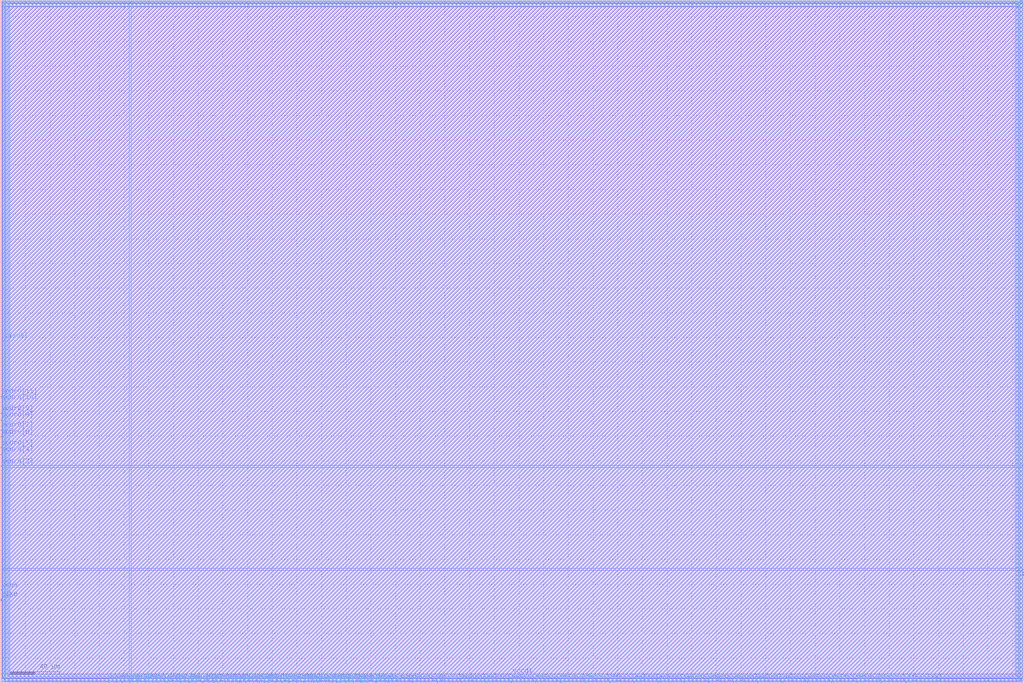
<source format=lef>
VERSION 5.4 ;
NAMESCASESENSITIVE ON ;
BUSBITCHARS "[]" ;
DIVIDERCHAR "/" ;
UNITS
  DATABASE MICRONS 2000 ;
END UNITS
MACRO sram_33_2048_sky130
   CLASS BLOCK ;
   SIZE 829.3 BY 553.9 ;
   SYMMETRY X Y R90 ;
   PIN din0[0]
      DIRECTION INPUT ;
      PORT
         LAYER met4 ;
         RECT  104.72 0.0 105.1 1.06 ;
      END
   END din0[0]
   PIN din0[1]
      DIRECTION INPUT ;
      PORT
         LAYER met4 ;
         RECT  110.84 0.0 111.22 1.06 ;
      END
   END din0[1]
   PIN din0[2]
      DIRECTION INPUT ;
      PORT
         LAYER met4 ;
         RECT  116.96 0.0 117.34 1.06 ;
      END
   END din0[2]
   PIN din0[3]
      DIRECTION INPUT ;
      PORT
         LAYER met4 ;
         RECT  123.08 0.0 123.46 1.06 ;
      END
   END din0[3]
   PIN din0[4]
      DIRECTION INPUT ;
      PORT
         LAYER met4 ;
         RECT  127.84 0.0 128.22 1.06 ;
      END
   END din0[4]
   PIN din0[5]
      DIRECTION INPUT ;
      PORT
         LAYER met4 ;
         RECT  134.64 0.0 135.02 1.06 ;
      END
   END din0[5]
   PIN din0[6]
      DIRECTION INPUT ;
      PORT
         LAYER met4 ;
         RECT  139.4 0.0 139.78 1.06 ;
      END
   END din0[6]
   PIN din0[7]
      DIRECTION INPUT ;
      PORT
         LAYER met4 ;
         RECT  145.52 0.0 145.9 1.06 ;
      END
   END din0[7]
   PIN din0[8]
      DIRECTION INPUT ;
      PORT
         LAYER met4 ;
         RECT  152.32 0.0 152.7 1.06 ;
      END
   END din0[8]
   PIN din0[9]
      DIRECTION INPUT ;
      PORT
         LAYER met4 ;
         RECT  157.08 0.0 157.46 1.06 ;
      END
   END din0[9]
   PIN din0[10]
      DIRECTION INPUT ;
      PORT
         LAYER met4 ;
         RECT  163.88 0.0 164.26 1.06 ;
      END
   END din0[10]
   PIN din0[11]
      DIRECTION INPUT ;
      PORT
         LAYER met4 ;
         RECT  168.64 0.0 169.02 1.06 ;
      END
   END din0[11]
   PIN din0[12]
      DIRECTION INPUT ;
      PORT
         LAYER met4 ;
         RECT  175.44 0.0 175.82 1.06 ;
      END
   END din0[12]
   PIN din0[13]
      DIRECTION INPUT ;
      PORT
         LAYER met4 ;
         RECT  181.56 0.0 181.94 1.06 ;
      END
   END din0[13]
   PIN din0[14]
      DIRECTION INPUT ;
      PORT
         LAYER met4 ;
         RECT  187.0 0.0 187.38 1.06 ;
      END
   END din0[14]
   PIN din0[15]
      DIRECTION INPUT ;
      PORT
         LAYER met4 ;
         RECT  193.12 0.0 193.5 1.06 ;
      END
   END din0[15]
   PIN din0[16]
      DIRECTION INPUT ;
      PORT
         LAYER met4 ;
         RECT  198.56 0.0 198.94 1.06 ;
      END
   END din0[16]
   PIN din0[17]
      DIRECTION INPUT ;
      PORT
         LAYER met4 ;
         RECT  204.68 0.0 205.06 1.06 ;
      END
   END din0[17]
   PIN din0[18]
      DIRECTION INPUT ;
      PORT
         LAYER met4 ;
         RECT  209.44 0.0 209.82 1.06 ;
      END
   END din0[18]
   PIN din0[19]
      DIRECTION INPUT ;
      PORT
         LAYER met4 ;
         RECT  216.24 0.0 216.62 1.06 ;
      END
   END din0[19]
   PIN din0[20]
      DIRECTION INPUT ;
      PORT
         LAYER met4 ;
         RECT  222.36 0.0 222.74 1.06 ;
      END
   END din0[20]
   PIN din0[21]
      DIRECTION INPUT ;
      PORT
         LAYER met4 ;
         RECT  227.8 0.0 228.18 1.06 ;
      END
   END din0[21]
   PIN din0[22]
      DIRECTION INPUT ;
      PORT
         LAYER met4 ;
         RECT  233.92 0.0 234.3 1.06 ;
      END
   END din0[22]
   PIN din0[23]
      DIRECTION INPUT ;
      PORT
         LAYER met4 ;
         RECT  239.36 0.0 239.74 1.06 ;
      END
   END din0[23]
   PIN din0[24]
      DIRECTION INPUT ;
      PORT
         LAYER met4 ;
         RECT  245.48 0.0 245.86 1.06 ;
      END
   END din0[24]
   PIN din0[25]
      DIRECTION INPUT ;
      PORT
         LAYER met4 ;
         RECT  251.6 0.0 251.98 1.06 ;
      END
   END din0[25]
   PIN din0[26]
      DIRECTION INPUT ;
      PORT
         LAYER met4 ;
         RECT  257.04 0.0 257.42 1.06 ;
      END
   END din0[26]
   PIN din0[27]
      DIRECTION INPUT ;
      PORT
         LAYER met4 ;
         RECT  263.16 0.0 263.54 1.06 ;
      END
   END din0[27]
   PIN din0[28]
      DIRECTION INPUT ;
      PORT
         LAYER met4 ;
         RECT  267.92 0.0 268.3 1.06 ;
      END
   END din0[28]
   PIN din0[29]
      DIRECTION INPUT ;
      PORT
         LAYER met4 ;
         RECT  274.72 0.0 275.1 1.06 ;
      END
   END din0[29]
   PIN din0[30]
      DIRECTION INPUT ;
      PORT
         LAYER met4 ;
         RECT  279.48 0.0 279.86 1.06 ;
      END
   END din0[30]
   PIN din0[31]
      DIRECTION INPUT ;
      PORT
         LAYER met4 ;
         RECT  285.6 0.0 285.98 1.06 ;
      END
   END din0[31]
   PIN din0[32]
      DIRECTION INPUT ;
      PORT
         LAYER met4 ;
         RECT  291.72 0.0 292.1 1.06 ;
      END
   END din0[32]
   PIN din0[33]
      DIRECTION INPUT ;
      PORT
         LAYER met4 ;
         RECT  297.16 0.0 297.54 1.06 ;
      END
   END din0[33]
   PIN addr0[0]
      DIRECTION INPUT ;
      PORT
         LAYER met4 ;
         RECT  87.04 0.0 87.42 1.06 ;
      END
   END addr0[0]
   PIN addr0[1]
      DIRECTION INPUT ;
      PORT
         LAYER met4 ;
         RECT  93.16 0.0 93.54 1.06 ;
      END
   END addr0[1]
   PIN addr0[2]
      DIRECTION INPUT ;
      PORT
         LAYER met4 ;
         RECT  98.6 0.0 98.98 1.06 ;
      END
   END addr0[2]
   PIN addr0[3]
      DIRECTION INPUT ;
      PORT
         LAYER met3 ;
         RECT  0.0 175.44 1.06 175.82 ;
      END
   END addr0[3]
   PIN addr0[4]
      DIRECTION INPUT ;
      PORT
         LAYER met3 ;
         RECT  0.0 184.96 1.06 185.34 ;
      END
   END addr0[4]
   PIN addr0[5]
      DIRECTION INPUT ;
      PORT
         LAYER met3 ;
         RECT  0.0 190.4 1.06 190.78 ;
      END
   END addr0[5]
   PIN addr0[6]
      DIRECTION INPUT ;
      PORT
         LAYER met3 ;
         RECT  0.0 199.24 1.06 199.62 ;
      END
   END addr0[6]
   PIN addr0[7]
      DIRECTION INPUT ;
      PORT
         LAYER met3 ;
         RECT  0.0 204.68 1.06 205.06 ;
      END
   END addr0[7]
   PIN addr0[8]
      DIRECTION INPUT ;
      PORT
         LAYER met3 ;
         RECT  0.0 212.84 1.06 213.22 ;
      END
   END addr0[8]
   PIN addr0[9]
      DIRECTION INPUT ;
      PORT
         LAYER met3 ;
         RECT  0.0 218.28 1.06 218.66 ;
      END
   END addr0[9]
   PIN addr0[10]
      DIRECTION INPUT ;
      PORT
         LAYER met3 ;
         RECT  0.0 227.12 1.06 227.5 ;
      END
   END addr0[10]
   PIN addr0[11]
      DIRECTION INPUT ;
      PORT
         LAYER met3 ;
         RECT  0.0 231.88 1.06 232.26 ;
      END
   END addr0[11]
   PIN csb0
      DIRECTION INPUT ;
      PORT
         LAYER met3 ;
         RECT  0.0 66.64 1.06 67.02 ;
      END
   END csb0
   PIN web0
      DIRECTION INPUT ;
      PORT
         LAYER met3 ;
         RECT  0.0 74.8 1.06 75.18 ;
      END
   END web0
   PIN clk0
      DIRECTION INPUT ;
      PORT
         LAYER met3 ;
         RECT  0.0 67.32 1.06 67.7 ;
      END
   END clk0
   PIN spare_wen0
      DIRECTION INPUT ;
      PORT
         LAYER met4 ;
         RECT  303.96 0.0 304.34 1.06 ;
      END
   END spare_wen0
   PIN dout0[0]
      DIRECTION OUTPUT ;
      PORT
         LAYER met4 ;
         RECT  153.0 0.0 153.38 1.06 ;
      END
   END dout0[0]
   PIN dout0[1]
      DIRECTION OUTPUT ;
      PORT
         LAYER met4 ;
         RECT  172.72 0.0 173.1 1.06 ;
      END
   END dout0[1]
   PIN dout0[2]
      DIRECTION OUTPUT ;
      PORT
         LAYER met4 ;
         RECT  193.8 0.0 194.18 1.06 ;
      END
   END dout0[2]
   PIN dout0[3]
      DIRECTION OUTPUT ;
      PORT
         LAYER met4 ;
         RECT  213.52 0.0 213.9 1.06 ;
      END
   END dout0[3]
   PIN dout0[4]
      DIRECTION OUTPUT ;
      PORT
         LAYER met4 ;
         RECT  233.24 0.0 233.62 1.06 ;
      END
   END dout0[4]
   PIN dout0[5]
      DIRECTION OUTPUT ;
      PORT
         LAYER met4 ;
         RECT  253.64 0.0 254.02 1.06 ;
      END
   END dout0[5]
   PIN dout0[6]
      DIRECTION OUTPUT ;
      PORT
         LAYER met4 ;
         RECT  272.0 0.0 272.38 1.06 ;
      END
   END dout0[6]
   PIN dout0[7]
      DIRECTION OUTPUT ;
      PORT
         LAYER met4 ;
         RECT  293.08 0.0 293.46 1.06 ;
      END
   END dout0[7]
   PIN dout0[8]
      DIRECTION OUTPUT ;
      PORT
         LAYER met4 ;
         RECT  313.48 0.0 313.86 1.06 ;
      END
   END dout0[8]
   PIN dout0[9]
      DIRECTION OUTPUT ;
      PORT
         LAYER met4 ;
         RECT  333.2 0.0 333.58 1.06 ;
      END
   END dout0[9]
   PIN dout0[10]
      DIRECTION OUTPUT ;
      PORT
         LAYER met4 ;
         RECT  353.6 0.0 353.98 1.06 ;
      END
   END dout0[10]
   PIN dout0[11]
      DIRECTION OUTPUT ;
      PORT
         LAYER met4 ;
         RECT  373.32 0.0 373.7 1.06 ;
      END
   END dout0[11]
   PIN dout0[12]
      DIRECTION OUTPUT ;
      PORT
         LAYER met4 ;
         RECT  393.72 0.0 394.1 1.06 ;
      END
   END dout0[12]
   PIN dout0[13]
      DIRECTION OUTPUT ;
      PORT
         LAYER met4 ;
         RECT  413.44 0.0 413.82 1.06 ;
      END
   END dout0[13]
   PIN dout0[14]
      DIRECTION OUTPUT ;
      PORT
         LAYER met4 ;
         RECT  433.16 0.0 433.54 1.06 ;
      END
   END dout0[14]
   PIN dout0[15]
      DIRECTION OUTPUT ;
      PORT
         LAYER met4 ;
         RECT  453.56 0.0 453.94 1.06 ;
      END
   END dout0[15]
   PIN dout0[16]
      DIRECTION OUTPUT ;
      PORT
         LAYER met4 ;
         RECT  473.28 0.0 473.66 1.06 ;
      END
   END dout0[16]
   PIN dout0[17]
      DIRECTION OUTPUT ;
      PORT
         LAYER met4 ;
         RECT  493.68 0.0 494.06 1.06 ;
      END
   END dout0[17]
   PIN dout0[18]
      DIRECTION OUTPUT ;
      PORT
         LAYER met4 ;
         RECT  513.4 0.0 513.78 1.06 ;
      END
   END dout0[18]
   PIN dout0[19]
      DIRECTION OUTPUT ;
      PORT
         LAYER met4 ;
         RECT  533.12 0.0 533.5 1.06 ;
      END
   END dout0[19]
   PIN dout0[20]
      DIRECTION OUTPUT ;
      PORT
         LAYER met4 ;
         RECT  553.52 0.0 553.9 1.06 ;
      END
   END dout0[20]
   PIN dout0[21]
      DIRECTION OUTPUT ;
      PORT
         LAYER met4 ;
         RECT  573.24 0.0 573.62 1.06 ;
      END
   END dout0[21]
   PIN dout0[22]
      DIRECTION OUTPUT ;
      PORT
         LAYER met4 ;
         RECT  593.64 0.0 594.02 1.06 ;
      END
   END dout0[22]
   PIN dout0[23]
      DIRECTION OUTPUT ;
      PORT
         LAYER met4 ;
         RECT  613.36 0.0 613.74 1.06 ;
      END
   END dout0[23]
   PIN dout0[24]
      DIRECTION OUTPUT ;
      PORT
         LAYER met4 ;
         RECT  633.76 0.0 634.14 1.06 ;
      END
   END dout0[24]
   PIN dout0[25]
      DIRECTION OUTPUT ;
      PORT
         LAYER met4 ;
         RECT  653.48 0.0 653.86 1.06 ;
      END
   END dout0[25]
   PIN dout0[26]
      DIRECTION OUTPUT ;
      PORT
         LAYER met4 ;
         RECT  673.2 0.0 673.58 1.06 ;
      END
   END dout0[26]
   PIN dout0[27]
      DIRECTION OUTPUT ;
      PORT
         LAYER met4 ;
         RECT  693.6 0.0 693.98 1.06 ;
      END
   END dout0[27]
   PIN dout0[28]
      DIRECTION OUTPUT ;
      PORT
         LAYER met4 ;
         RECT  713.32 0.0 713.7 1.06 ;
      END
   END dout0[28]
   PIN dout0[29]
      DIRECTION OUTPUT ;
      PORT
         LAYER met4 ;
         RECT  733.72 0.0 734.1 1.06 ;
      END
   END dout0[29]
   PIN dout0[30]
      DIRECTION OUTPUT ;
      PORT
         LAYER met3 ;
         RECT  828.24 91.8 829.3 92.18 ;
      END
   END dout0[30]
   PIN dout0[31]
      DIRECTION OUTPUT ;
      PORT
         LAYER met3 ;
         RECT  828.24 87.04 829.3 87.42 ;
      END
   END dout0[31]
   PIN dout0[32]
      DIRECTION OUTPUT ;
      PORT
         LAYER met3 ;
         RECT  828.24 87.72 829.3 88.1 ;
      END
   END dout0[32]
   PIN dout0[33]
      DIRECTION OUTPUT ;
      PORT
         LAYER met3 ;
         RECT  828.24 89.08 829.3 89.46 ;
      END
   END dout0[33]
   PIN vccd1
      DIRECTION INOUT ;
      USE POWER ; 
      SHAPE ABUTMENT ; 
      PORT
         LAYER met4 ;
         RECT  822.8 4.76 824.54 550.5 ;
         LAYER met3 ;
         RECT  4.76 548.76 824.54 550.5 ;
         LAYER met3 ;
         RECT  4.76 4.76 824.54 6.5 ;
         LAYER met4 ;
         RECT  4.76 4.76 6.5 550.5 ;
      END
   END vccd1
   PIN vssd1
      DIRECTION INOUT ;
      USE GROUND ; 
      SHAPE ABUTMENT ; 
      PORT
         LAYER met3 ;
         RECT  1.36 1.36 827.94 3.1 ;
         LAYER met3 ;
         RECT  1.36 552.16 827.94 553.9 ;
         LAYER met4 ;
         RECT  826.2 1.36 827.94 553.9 ;
         LAYER met4 ;
         RECT  1.36 1.36 3.1 553.9 ;
      END
   END vssd1
   OBS
   LAYER  met1 ;
      RECT  0.62 0.62 828.68 553.28 ;
   LAYER  met2 ;
      RECT  0.62 0.62 828.68 553.28 ;
   LAYER  met3 ;
      RECT  1.66 174.84 828.68 176.42 ;
      RECT  0.62 176.42 1.66 184.36 ;
      RECT  0.62 185.94 1.66 189.8 ;
      RECT  0.62 191.38 1.66 198.64 ;
      RECT  0.62 200.22 1.66 204.08 ;
      RECT  0.62 205.66 1.66 212.24 ;
      RECT  0.62 213.82 1.66 217.68 ;
      RECT  0.62 219.26 1.66 226.52 ;
      RECT  0.62 228.1 1.66 231.28 ;
      RECT  0.62 75.78 1.66 174.84 ;
      RECT  0.62 68.3 1.66 74.2 ;
      RECT  1.66 91.2 827.64 92.78 ;
      RECT  1.66 92.78 827.64 174.84 ;
      RECT  827.64 92.78 828.68 174.84 ;
      RECT  827.64 90.06 828.68 91.2 ;
      RECT  1.66 176.42 4.16 548.16 ;
      RECT  1.66 548.16 4.16 551.1 ;
      RECT  4.16 176.42 825.14 548.16 ;
      RECT  825.14 176.42 828.68 548.16 ;
      RECT  825.14 548.16 828.68 551.1 ;
      RECT  1.66 4.16 4.16 7.1 ;
      RECT  1.66 7.1 4.16 91.2 ;
      RECT  4.16 7.1 825.14 91.2 ;
      RECT  825.14 4.16 827.64 7.1 ;
      RECT  825.14 7.1 827.64 91.2 ;
      RECT  0.62 0.62 0.76 0.76 ;
      RECT  0.62 0.76 0.76 3.7 ;
      RECT  0.62 3.7 0.76 66.04 ;
      RECT  0.76 0.62 1.66 0.76 ;
      RECT  0.76 3.7 1.66 66.04 ;
      RECT  827.64 0.62 828.54 0.76 ;
      RECT  827.64 3.7 828.54 86.44 ;
      RECT  828.54 0.62 828.68 0.76 ;
      RECT  828.54 0.76 828.68 3.7 ;
      RECT  828.54 3.7 828.68 86.44 ;
      RECT  1.66 0.62 4.16 0.76 ;
      RECT  1.66 3.7 4.16 4.16 ;
      RECT  4.16 0.62 825.14 0.76 ;
      RECT  4.16 3.7 825.14 4.16 ;
      RECT  825.14 0.62 827.64 0.76 ;
      RECT  825.14 3.7 827.64 4.16 ;
      RECT  0.62 232.86 0.76 551.56 ;
      RECT  0.62 551.56 0.76 553.28 ;
      RECT  0.76 232.86 1.66 551.56 ;
      RECT  1.66 551.1 4.16 551.56 ;
      RECT  4.16 551.1 825.14 551.56 ;
      RECT  825.14 551.1 828.54 551.56 ;
      RECT  828.54 551.1 828.68 551.56 ;
      RECT  828.54 551.56 828.68 553.28 ;
   LAYER  met4 ;
      RECT  104.12 1.66 105.7 553.28 ;
      RECT  105.7 0.62 110.24 1.66 ;
      RECT  111.82 0.62 116.36 1.66 ;
      RECT  117.94 0.62 122.48 1.66 ;
      RECT  124.06 0.62 127.24 1.66 ;
      RECT  128.82 0.62 134.04 1.66 ;
      RECT  135.62 0.62 138.8 1.66 ;
      RECT  140.38 0.62 144.92 1.66 ;
      RECT  146.5 0.62 151.72 1.66 ;
      RECT  158.06 0.62 163.28 1.66 ;
      RECT  164.86 0.62 168.04 1.66 ;
      RECT  176.42 0.62 180.96 1.66 ;
      RECT  182.54 0.62 186.4 1.66 ;
      RECT  187.98 0.62 192.52 1.66 ;
      RECT  199.54 0.62 204.08 1.66 ;
      RECT  205.66 0.62 208.84 1.66 ;
      RECT  217.22 0.62 221.76 1.66 ;
      RECT  223.34 0.62 227.2 1.66 ;
      RECT  234.9 0.62 238.76 1.66 ;
      RECT  240.34 0.62 244.88 1.66 ;
      RECT  246.46 0.62 251.0 1.66 ;
      RECT  258.02 0.62 262.56 1.66 ;
      RECT  264.14 0.62 267.32 1.66 ;
      RECT  275.7 0.62 278.88 1.66 ;
      RECT  280.46 0.62 285.0 1.66 ;
      RECT  286.58 0.62 291.12 1.66 ;
      RECT  88.02 0.62 92.56 1.66 ;
      RECT  94.14 0.62 98.0 1.66 ;
      RECT  99.58 0.62 104.12 1.66 ;
      RECT  298.14 0.62 303.36 1.66 ;
      RECT  153.98 0.62 156.48 1.66 ;
      RECT  169.62 0.62 172.12 1.66 ;
      RECT  173.7 0.62 174.84 1.66 ;
      RECT  194.78 0.62 197.96 1.66 ;
      RECT  210.42 0.62 212.92 1.66 ;
      RECT  214.5 0.62 215.64 1.66 ;
      RECT  228.78 0.62 232.64 1.66 ;
      RECT  252.58 0.62 253.04 1.66 ;
      RECT  254.62 0.62 256.44 1.66 ;
      RECT  268.9 0.62 271.4 1.66 ;
      RECT  272.98 0.62 274.12 1.66 ;
      RECT  294.06 0.62 296.56 1.66 ;
      RECT  304.94 0.62 312.88 1.66 ;
      RECT  314.46 0.62 332.6 1.66 ;
      RECT  334.18 0.62 353.0 1.66 ;
      RECT  354.58 0.62 372.72 1.66 ;
      RECT  374.3 0.62 393.12 1.66 ;
      RECT  394.7 0.62 412.84 1.66 ;
      RECT  414.42 0.62 432.56 1.66 ;
      RECT  434.14 0.62 452.96 1.66 ;
      RECT  454.54 0.62 472.68 1.66 ;
      RECT  474.26 0.62 493.08 1.66 ;
      RECT  494.66 0.62 512.8 1.66 ;
      RECT  514.38 0.62 532.52 1.66 ;
      RECT  534.1 0.62 552.92 1.66 ;
      RECT  554.5 0.62 572.64 1.66 ;
      RECT  574.22 0.62 593.04 1.66 ;
      RECT  594.62 0.62 612.76 1.66 ;
      RECT  614.34 0.62 633.16 1.66 ;
      RECT  634.74 0.62 652.88 1.66 ;
      RECT  654.46 0.62 672.6 1.66 ;
      RECT  674.18 0.62 693.0 1.66 ;
      RECT  694.58 0.62 712.72 1.66 ;
      RECT  714.3 0.62 733.12 1.66 ;
      RECT  105.7 1.66 822.2 4.16 ;
      RECT  105.7 4.16 822.2 551.1 ;
      RECT  105.7 551.1 822.2 553.28 ;
      RECT  822.2 1.66 825.14 4.16 ;
      RECT  822.2 551.1 825.14 553.28 ;
      RECT  4.16 1.66 7.1 4.16 ;
      RECT  4.16 551.1 7.1 553.28 ;
      RECT  7.1 1.66 104.12 4.16 ;
      RECT  7.1 4.16 104.12 551.1 ;
      RECT  7.1 551.1 104.12 553.28 ;
      RECT  734.7 0.62 825.6 0.76 ;
      RECT  734.7 0.76 825.6 1.66 ;
      RECT  825.6 0.62 828.54 0.76 ;
      RECT  828.54 0.62 828.68 0.76 ;
      RECT  828.54 0.76 828.68 1.66 ;
      RECT  825.14 1.66 825.6 4.16 ;
      RECT  828.54 1.66 828.68 4.16 ;
      RECT  825.14 4.16 825.6 551.1 ;
      RECT  828.54 4.16 828.68 551.1 ;
      RECT  825.14 551.1 825.6 553.28 ;
      RECT  828.54 551.1 828.68 553.28 ;
      RECT  0.62 0.62 0.76 0.76 ;
      RECT  0.62 0.76 0.76 1.66 ;
      RECT  0.76 0.62 3.7 0.76 ;
      RECT  3.7 0.62 86.44 0.76 ;
      RECT  3.7 0.76 86.44 1.66 ;
      RECT  0.62 1.66 0.76 4.16 ;
      RECT  3.7 1.66 4.16 4.16 ;
      RECT  0.62 4.16 0.76 551.1 ;
      RECT  3.7 4.16 4.16 551.1 ;
      RECT  0.62 551.1 0.76 553.28 ;
      RECT  3.7 551.1 4.16 553.28 ;
   END
END    sram_33_2048_sky130
END    LIBRARY

</source>
